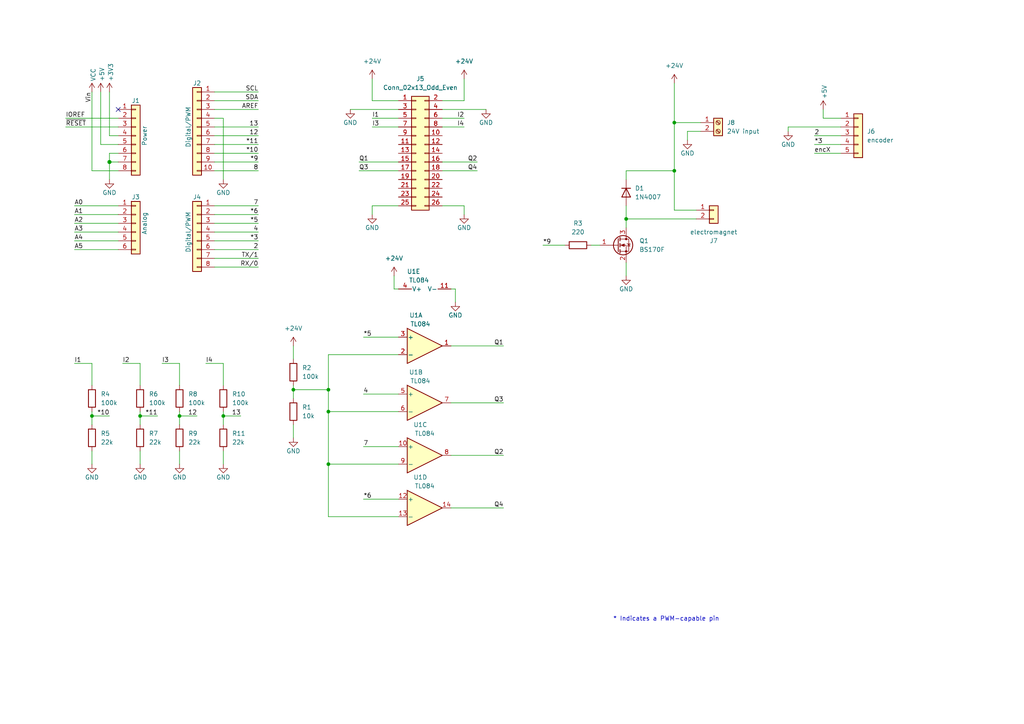
<source format=kicad_sch>
(kicad_sch (version 20211123) (generator eeschema)
  (paper "A4")
  (title_block (date "mar. 31 mars 2015"))
  (lib_symbols
    (symbol "Amplifier_Operational:TL084" (pin_names (offset 0.127))
      (property "Reference" "U" (at 0 5.08 0))
      (property "Value" "TL084" (at 0 -5.08 0))
      (symbol "TL084_1_1"
        (polyline (pts (xy -5.08 5.08) (xy 5.08 0) (xy -5.08 -5.08) (xy -5.08 5.08)) (stroke (width 0.254)) (fill (type background)))
        (pin output line (at 7.62 0 180) (length 2.54) (name "~") (number "1"))
        (pin input line (at -7.62 -2.54 0) (length 2.54) (name "-") (number "2"))
        (pin input line (at -7.62 2.54 0) (length 2.54) (name "+") (number "3"))
      )
      (symbol "TL084_2_1"
        (polyline (pts (xy -5.08 5.08) (xy 5.08 0) (xy -5.08 -5.08) (xy -5.08 5.08)) (stroke (width 0.254)) (fill (type background)))
        (pin input line (at -7.62 2.54 0) (length 2.54) (name "+") (number "5"))
        (pin input line (at -7.62 -2.54 0) (length 2.54) (name "-") (number "6"))
        (pin output line (at 7.62 0 180) (length 2.54) (name "~") (number "7"))
      )
      (symbol "TL084_3_1"
        (polyline (pts (xy -5.08 5.08) (xy 5.08 0) (xy -5.08 -5.08) (xy -5.08 5.08)) (stroke (width 0.254)) (fill (type background)))
        (pin input line (at -7.62 2.54 0) (length 2.54) (name "+") (number "10"))
        (pin output line (at 7.62 0 180) (length 2.54) (name "~") (number "8"))
        (pin input line (at -7.62 -2.54 0) (length 2.54) (name "-") (number "9"))
      )
      (symbol "TL084_4_1"
        (polyline (pts (xy -5.08 5.08) (xy 5.08 0) (xy -5.08 -5.08) (xy -5.08 5.08)) (stroke (width 0.254)) (fill (type background)))
        (pin input line (at -7.62 2.54 0) (length 2.54) (name "+") (number "12"))
        (pin input line (at -7.62 -2.54 0) (length 2.54) (name "-") (number "13"))
        (pin output line (at 7.62 0 180) (length 2.54) (name "~") (number "14"))
      )
      (symbol "TL084_5_1"
        (pin power_in line (at -2.54 -7.62 90) (length 3.81) (name "V-") (number "11"))
        (pin power_in line (at -2.54 7.62 270) (length 3.81) (name "V+") (number "4"))
      )
    )
    (symbol "Connector:Screw_Terminal_01x02" (pin_names (offset 1.016) hide)
      (property "Reference" "J" (at 0 2.54 0))
      (property "Value" "Screw_Terminal_01x02" (at 0 -5.08 0))
      (symbol "Screw_Terminal_01x02_1_1"
        (rectangle (start -1.27 1.27) (end 1.27 -3.81) (stroke (width 0.254)) (fill (type background)))
        (circle (center 0 -2.54) (radius 0.635) (stroke (width 0.1524)))
        (polyline (pts (xy -0.5334 -2.2098) (xy 0.3302 -3.048)) (stroke (width 0.1524)))
        (polyline (pts (xy -0.5334 0.3302) (xy 0.3302 -0.508)) (stroke (width 0.1524)))
        (polyline (pts (xy -0.3556 -2.032) (xy 0.508 -2.8702)) (stroke (width 0.1524)))
        (polyline (pts (xy -0.3556 0.508) (xy 0.508 -0.3302)) (stroke (width 0.1524)))
        (circle (center 0 0) (radius 0.635) (stroke (width 0.1524)))
        (pin passive line (at -5.08 0 0) (length 3.81) (name "Pin_1") (number "1"))
        (pin passive line (at -5.08 -2.54 0) (length 3.81) (name "Pin_2") (number "2"))
      )
    )
    (symbol "Connector_Generic:Conn_01x02" (pin_names (offset 1.016) hide)
      (property "Reference" "J" (at 0 2.54 0))
      (property "Value" "Conn_01x02" (at 0 -5.08 0))
      (symbol "Conn_01x02_1_1"
        (rectangle (start -1.27 -2.413) (end 0 -2.667) (stroke (width 0.1524)))
        (rectangle (start -1.27 0.127) (end 0 -0.127) (stroke (width 0.1524)))
        (rectangle (start -1.27 1.27) (end 1.27 -3.81) (stroke (width 0.254)) (fill (type background)))
        (pin passive line (at -5.08 0 0) (length 3.81) (name "Pin_1") (number "1"))
        (pin passive line (at -5.08 -2.54 0) (length 3.81) (name "Pin_2") (number "2"))
      )
    )
    (symbol "Connector_Generic:Conn_01x05" (pin_names (offset 1.016) hide)
      (property "Reference" "J" (at 0 7.62 0))
      (property "Value" "Conn_01x05" (at 0 -7.62 0))
      (symbol "Conn_01x05_1_1"
        (rectangle (start -1.27 -4.953) (end 0 -5.207) (stroke (width 0.1524)))
        (rectangle (start -1.27 -2.413) (end 0 -2.667) (stroke (width 0.1524)))
        (rectangle (start -1.27 0.127) (end 0 -0.127) (stroke (width 0.1524)))
        (rectangle (start -1.27 2.667) (end 0 2.413) (stroke (width 0.1524)))
        (rectangle (start -1.27 5.207) (end 0 4.953) (stroke (width 0.1524)))
        (rectangle (start -1.27 6.35) (end 1.27 -6.35) (stroke (width 0.254)) (fill (type background)))
        (pin passive line (at -5.08 5.08 0) (length 3.81) (name "Pin_1") (number "1"))
        (pin passive line (at -5.08 2.54 0) (length 3.81) (name "Pin_2") (number "2"))
        (pin passive line (at -5.08 0 0) (length 3.81) (name "Pin_3") (number "3"))
        (pin passive line (at -5.08 -2.54 0) (length 3.81) (name "Pin_4") (number "4"))
        (pin passive line (at -5.08 -5.08 0) (length 3.81) (name "Pin_5") (number "5"))
      )
    )
    (symbol "Connector_Generic:Conn_01x06" (pin_names (offset 1.016) hide)
      (property "Reference" "J" (at 0 7.62 0))
      (property "Value" "Conn_01x06" (at 0 -10.16 0))
      (symbol "Conn_01x06_1_1"
        (rectangle (start -1.27 -7.493) (end 0 -7.747) (stroke (width 0.1524)))
        (rectangle (start -1.27 -4.953) (end 0 -5.207) (stroke (width 0.1524)))
        (rectangle (start -1.27 -2.413) (end 0 -2.667) (stroke (width 0.1524)))
        (rectangle (start -1.27 0.127) (end 0 -0.127) (stroke (width 0.1524)))
        (rectangle (start -1.27 2.667) (end 0 2.413) (stroke (width 0.1524)))
        (rectangle (start -1.27 5.207) (end 0 4.953) (stroke (width 0.1524)))
        (rectangle (start -1.27 6.35) (end 1.27 -8.89) (stroke (width 0.254)) (fill (type background)))
        (pin passive line (at -5.08 5.08 0) (length 3.81) (name "Pin_1") (number "1"))
        (pin passive line (at -5.08 2.54 0) (length 3.81) (name "Pin_2") (number "2"))
        (pin passive line (at -5.08 0 0) (length 3.81) (name "Pin_3") (number "3"))
        (pin passive line (at -5.08 -2.54 0) (length 3.81) (name "Pin_4") (number "4"))
        (pin passive line (at -5.08 -5.08 0) (length 3.81) (name "Pin_5") (number "5"))
        (pin passive line (at -5.08 -7.62 0) (length 3.81) (name "Pin_6") (number "6"))
      )
    )
    (symbol "Connector_Generic:Conn_01x08" (pin_names (offset 1.016) hide)
      (property "Reference" "J" (at 0 10.16 0))
      (property "Value" "Conn_01x08" (at 0 -12.7 0))
      (symbol "Conn_01x08_1_1"
        (rectangle (start -1.27 -10.033) (end 0 -10.287) (stroke (width 0.1524)))
        (rectangle (start -1.27 -7.493) (end 0 -7.747) (stroke (width 0.1524)))
        (rectangle (start -1.27 -4.953) (end 0 -5.207) (stroke (width 0.1524)))
        (rectangle (start -1.27 -2.413) (end 0 -2.667) (stroke (width 0.1524)))
        (rectangle (start -1.27 0.127) (end 0 -0.127) (stroke (width 0.1524)))
        (rectangle (start -1.27 2.667) (end 0 2.413) (stroke (width 0.1524)))
        (rectangle (start -1.27 5.207) (end 0 4.953) (stroke (width 0.1524)))
        (rectangle (start -1.27 7.747) (end 0 7.493) (stroke (width 0.1524)))
        (rectangle (start -1.27 8.89) (end 1.27 -11.43) (stroke (width 0.254)) (fill (type background)))
        (pin passive line (at -5.08 7.62 0) (length 3.81) (name "Pin_1") (number "1"))
        (pin passive line (at -5.08 5.08 0) (length 3.81) (name "Pin_2") (number "2"))
        (pin passive line (at -5.08 2.54 0) (length 3.81) (name "Pin_3") (number "3"))
        (pin passive line (at -5.08 0 0) (length 3.81) (name "Pin_4") (number "4"))
        (pin passive line (at -5.08 -2.54 0) (length 3.81) (name "Pin_5") (number "5"))
        (pin passive line (at -5.08 -5.08 0) (length 3.81) (name "Pin_6") (number "6"))
        (pin passive line (at -5.08 -7.62 0) (length 3.81) (name "Pin_7") (number "7"))
        (pin passive line (at -5.08 -10.16 0) (length 3.81) (name "Pin_8") (number "8"))
      )
    )
    (symbol "Connector_Generic:Conn_01x10" (pin_names (offset 1.016) hide)
      (property "Reference" "J" (at 0 12.7 0))
      (property "Value" "Conn_01x10" (at 0 -15.24 0))
      (symbol "Conn_01x10_1_1"
        (rectangle (start -1.27 -12.573) (end 0 -12.827) (stroke (width 0.1524)))
        (rectangle (start -1.27 -10.033) (end 0 -10.287) (stroke (width 0.1524)))
        (rectangle (start -1.27 -7.493) (end 0 -7.747) (stroke (width 0.1524)))
        (rectangle (start -1.27 -4.953) (end 0 -5.207) (stroke (width 0.1524)))
        (rectangle (start -1.27 -2.413) (end 0 -2.667) (stroke (width 0.1524)))
        (rectangle (start -1.27 0.127) (end 0 -0.127) (stroke (width 0.1524)))
        (rectangle (start -1.27 2.667) (end 0 2.413) (stroke (width 0.1524)))
        (rectangle (start -1.27 5.207) (end 0 4.953) (stroke (width 0.1524)))
        (rectangle (start -1.27 7.747) (end 0 7.493) (stroke (width 0.1524)))
        (rectangle (start -1.27 10.287) (end 0 10.033) (stroke (width 0.1524)))
        (rectangle (start -1.27 11.43) (end 1.27 -13.97) (stroke (width 0.254)) (fill (type background)))
        (pin passive line (at -5.08 10.16 0) (length 3.81) (name "Pin_1") (number "1"))
        (pin passive line (at -5.08 -12.7 0) (length 3.81) (name "Pin_10") (number "10"))
        (pin passive line (at -5.08 7.62 0) (length 3.81) (name "Pin_2") (number "2"))
        (pin passive line (at -5.08 5.08 0) (length 3.81) (name "Pin_3") (number "3"))
        (pin passive line (at -5.08 2.54 0) (length 3.81) (name "Pin_4") (number "4"))
        (pin passive line (at -5.08 0 0) (length 3.81) (name "Pin_5") (number "5"))
        (pin passive line (at -5.08 -2.54 0) (length 3.81) (name "Pin_6") (number "6"))
        (pin passive line (at -5.08 -5.08 0) (length 3.81) (name "Pin_7") (number "7"))
        (pin passive line (at -5.08 -7.62 0) (length 3.81) (name "Pin_8") (number "8"))
        (pin passive line (at -5.08 -10.16 0) (length 3.81) (name "Pin_9") (number "9"))
      )
    )
    (symbol "Connector_Generic:Conn_02x13_Odd_Even" (pin_names (offset 1.016) hide)
      (property "Reference" "J" (at 1.27 17.78 0))
      (property "Value" "Conn_02x13_Odd_Even" (at 1.27 -17.78 0))
      (symbol "Conn_02x13_Odd_Even_1_1"
        (rectangle (start -1.27 -15.113) (end 0 -15.367) (stroke (width 0.1524)))
        (rectangle (start -1.27 -12.573) (end 0 -12.827) (stroke (width 0.1524)))
        (rectangle (start -1.27 -10.033) (end 0 -10.287) (stroke (width 0.1524)))
        (rectangle (start -1.27 -7.493) (end 0 -7.747) (stroke (width 0.1524)))
        (rectangle (start -1.27 -4.953) (end 0 -5.207) (stroke (width 0.1524)))
        (rectangle (start -1.27 -2.413) (end 0 -2.667) (stroke (width 0.1524)))
        (rectangle (start -1.27 0.127) (end 0 -0.127) (stroke (width 0.1524)))
        (rectangle (start -1.27 2.667) (end 0 2.413) (stroke (width 0.1524)))
        (rectangle (start -1.27 5.207) (end 0 4.953) (stroke (width 0.1524)))
        (rectangle (start -1.27 7.747) (end 0 7.493) (stroke (width 0.1524)))
        (rectangle (start -1.27 10.287) (end 0 10.033) (stroke (width 0.1524)))
        (rectangle (start -1.27 12.827) (end 0 12.573) (stroke (width 0.1524)))
        (rectangle (start -1.27 15.367) (end 0 15.113) (stroke (width 0.1524)))
        (rectangle (start -1.27 16.51) (end 3.81 -16.51) (stroke (width 0.254)) (fill (type background)))
        (rectangle (start 3.81 -15.113) (end 2.54 -15.367) (stroke (width 0.1524)))
        (rectangle (start 3.81 -12.573) (end 2.54 -12.827) (stroke (width 0.1524)))
        (rectangle (start 3.81 -10.033) (end 2.54 -10.287) (stroke (width 0.1524)))
        (rectangle (start 3.81 -7.493) (end 2.54 -7.747) (stroke (width 0.1524)))
        (rectangle (start 3.81 -4.953) (end 2.54 -5.207) (stroke (width 0.1524)))
        (rectangle (start 3.81 -2.413) (end 2.54 -2.667) (stroke (width 0.1524)))
        (rectangle (start 3.81 0.127) (end 2.54 -0.127) (stroke (width 0.1524)))
        (rectangle (start 3.81 2.667) (end 2.54 2.413) (stroke (width 0.1524)))
        (rectangle (start 3.81 5.207) (end 2.54 4.953) (stroke (width 0.1524)))
        (rectangle (start 3.81 7.747) (end 2.54 7.493) (stroke (width 0.1524)))
        (rectangle (start 3.81 10.287) (end 2.54 10.033) (stroke (width 0.1524)))
        (rectangle (start 3.81 12.827) (end 2.54 12.573) (stroke (width 0.1524)))
        (rectangle (start 3.81 15.367) (end 2.54 15.113) (stroke (width 0.1524)))
        (pin passive line (at -5.08 15.24 0) (length 3.81) (name "Pin_1") (number "1"))
        (pin passive line (at 7.62 5.08 180) (length 3.81) (name "Pin_10") (number "10"))
        (pin passive line (at -5.08 2.54 0) (length 3.81) (name "Pin_11") (number "11"))
        (pin passive line (at 7.62 2.54 180) (length 3.81) (name "Pin_12") (number "12"))
        (pin passive line (at -5.08 0 0) (length 3.81) (name "Pin_13") (number "13"))
        (pin passive line (at 7.62 0 180) (length 3.81) (name "Pin_14") (number "14"))
        (pin passive line (at -5.08 -2.54 0) (length 3.81) (name "Pin_15") (number "15"))
        (pin passive line (at 7.62 -2.54 180) (length 3.81) (name "Pin_16") (number "16"))
        (pin passive line (at -5.08 -5.08 0) (length 3.81) (name "Pin_17") (number "17"))
        (pin passive line (at 7.62 -5.08 180) (length 3.81) (name "Pin_18") (number "18"))
        (pin passive line (at -5.08 -7.62 0) (length 3.81) (name "Pin_19") (number "19"))
        (pin passive line (at 7.62 15.24 180) (length 3.81) (name "Pin_2") (number "2"))
        (pin passive line (at 7.62 -7.62 180) (length 3.81) (name "Pin_20") (number "20"))
        (pin passive line (at -5.08 -10.16 0) (length 3.81) (name "Pin_21") (number "21"))
        (pin passive line (at 7.62 -10.16 180) (length 3.81) (name "Pin_22") (number "22"))
        (pin passive line (at -5.08 -12.7 0) (length 3.81) (name "Pin_23") (number "23"))
        (pin passive line (at 7.62 -12.7 180) (length 3.81) (name "Pin_24") (number "24"))
        (pin passive line (at -5.08 -15.24 0) (length 3.81) (name "Pin_25") (number "25"))
        (pin passive line (at 7.62 -15.24 180) (length 3.81) (name "Pin_26") (number "26"))
        (pin passive line (at -5.08 12.7 0) (length 3.81) (name "Pin_3") (number "3"))
        (pin passive line (at 7.62 12.7 180) (length 3.81) (name "Pin_4") (number "4"))
        (pin passive line (at -5.08 10.16 0) (length 3.81) (name "Pin_5") (number "5"))
        (pin passive line (at 7.62 10.16 180) (length 3.81) (name "Pin_6") (number "6"))
        (pin passive line (at -5.08 7.62 0) (length 3.81) (name "Pin_7") (number "7"))
        (pin passive line (at 7.62 7.62 180) (length 3.81) (name "Pin_8") (number "8"))
        (pin passive line (at -5.08 5.08 0) (length 3.81) (name "Pin_9") (number "9"))
      )
    )
    (symbol "Device:R" (pin_numbers hide) (pin_names (offset 0))
      (property "Reference" "R" (at 2.032 0 90))
      (property "Value" "R" (at 0 0 90))
      (symbol "R_0_1"
        (rectangle (start -1.016 -2.54) (end 1.016 2.54) (stroke (width 0.254)))
      )
      (symbol "R_1_1"
        (pin passive line (at 0 3.81 270) (length 1.27) (name "~") (number "1"))
        (pin passive line (at 0 -3.81 90) (length 1.27) (name "~") (number "2"))
      )
    )
    (symbol "Diode:1N4007" (pin_numbers hide) (pin_names (offset 1.016) hide)
      (property "Reference" "D" (at 0 2.54 0))
      (property "Value" "1N4007" (at 0 -2.54 0))
      (symbol "1N4007_0_1"
        (polyline (pts (xy -1.27 1.27) (xy -1.27 -1.27)) (stroke (width 0.254)))
        (polyline (pts (xy 1.27 0) (xy -1.27 0)))
        (polyline (pts (xy 1.27 1.27) (xy 1.27 -1.27) (xy -1.27 0) (xy 1.27 1.27)) (stroke (width 0.254)))
      )
      (symbol "1N4007_1_1"
        (pin passive line (at -3.81 0 0) (length 2.54) (name "K") (number "1"))
        (pin passive line (at 3.81 0 180) (length 2.54) (name "A") (number "2"))
      )
    )
    (symbol "Transistor_FET:BS170F" (pin_names hide)
      (property "Reference" "Q" (at 5.08 1.905 0))
      (property "Value" "BS170F" (at 5.08 0 0))
      (symbol "BS170F_0_1"
        (polyline (pts (xy 0.254 0) (xy -2.54 0)))
        (polyline (pts (xy 0.254 1.905) (xy 0.254 -1.905)) (stroke (width 0.254)))
        (polyline (pts (xy 0.762 -1.27) (xy 0.762 -2.286)) (stroke (width 0.254)))
        (polyline (pts (xy 0.762 0.508) (xy 0.762 -0.508)) (stroke (width 0.254)))
        (polyline (pts (xy 0.762 2.286) (xy 0.762 1.27)) (stroke (width 0.254)))
        (polyline (pts (xy 2.54 2.54) (xy 2.54 1.778)))
        (polyline (pts (xy 2.54 -2.54) (xy 2.54 0) (xy 0.762 0)))
        (polyline (pts (xy 0.762 -1.778) (xy 3.302 -1.778) (xy 3.302 1.778) (xy 0.762 1.778)))
        (polyline (pts (xy 1.016 0) (xy 2.032 0.381) (xy 2.032 -0.381) (xy 1.016 0)) (fill (type outline)))
        (polyline (pts (xy 2.794 0.508) (xy 2.921 0.381) (xy 3.683 0.381) (xy 3.81 0.254)))
        (polyline (pts (xy 3.302 0.381) (xy 2.921 -0.254) (xy 3.683 -0.254) (xy 3.302 0.381)))
        (circle (center 1.651 0) (radius 2.794) (stroke (width 0.254)))
        (circle (center 2.54 -1.778) (radius 0.254) (fill (type outline)))
        (circle (center 2.54 1.778) (radius 0.254) (fill (type outline)))
      )
      (symbol "BS170F_1_1"
        (pin input line (at -5.08 0 0) (length 2.54) (name "G") (number "1"))
        (pin passive line (at 2.54 -5.08 90) (length 2.54) (name "S") (number "2"))
        (pin passive line (at 2.54 5.08 270) (length 2.54) (name "D") (number "3"))
      )
    )
    (symbol "power:+24V" (power) (pin_names (offset 0))
      (property "Value" "+24V" (at 0 3.556 0))
      (symbol "+24V_0_1"
        (polyline (pts (xy -0.762 1.27) (xy 0 2.54)))
        (polyline (pts (xy 0 0) (xy 0 2.54)))
        (polyline (pts (xy 0 2.54) (xy 0.762 1.27)))
      )
      (symbol "+24V_1_1"
        (pin power_in line (at 0 0 90) (length 0) hide (name "+24V") (number "1"))
      )
    )
    (symbol "power:+3V3" (power) (pin_names (offset 0))
      (property "Value" "+3V3" (at 0 3.556 0))
      (symbol "+3V3_0_1"
        (polyline (pts (xy -0.762 1.27) (xy 0 2.54)))
        (polyline (pts (xy 0 0) (xy 0 2.54)))
        (polyline (pts (xy 0 2.54) (xy 0.762 1.27)))
      )
      (symbol "+3V3_1_1"
        (pin power_in line (at 0 0 90) (length 0) hide (name "+3V3") (number "1"))
      )
    )
    (symbol "power:+5V" (power) (pin_names (offset 0))
      (property "Value" "+5V" (at 0 3.556 0))
      (symbol "+5V_0_1"
        (polyline (pts (xy -0.762 1.27) (xy 0 2.54)))
        (polyline (pts (xy 0 0) (xy 0 2.54)))
        (polyline (pts (xy 0 2.54) (xy 0.762 1.27)))
      )
      (symbol "+5V_1_1"
        (pin power_in line (at 0 0 90) (length 0) hide (name "+5V") (number "1"))
      )
    )
    (symbol "power:GND" (power) (pin_names (offset 0))
      (property "Value" "GND" (at 0 -3.81 0))
      (symbol "GND_0_1"
        (polyline (pts (xy 0 0) (xy 0 -1.27) (xy 1.27 -1.27) (xy 0 -2.54) (xy -1.27 -1.27) (xy 0 -1.27)))
      )
      (symbol "GND_1_1"
        (pin power_in line (at 0 0 270) (length 0) hide (name "GND") (number "1"))
      )
    )
    (symbol "power:VCC" (power) (pin_names (offset 0))
      (property "Value" "VCC" (at 0 3.81 0))
      (symbol "VCC_0_1"
        (polyline (pts (xy -0.762 1.27) (xy 0 2.54)))
        (polyline (pts (xy 0 0) (xy 0 2.54)))
        (polyline (pts (xy 0 2.54) (xy 0.762 1.27)))
      )
      (symbol "VCC_1_1"
        (pin power_in line (at 0 0 90) (length 0) hide (name "VCC") (number "1"))
      )
    )
  )
  (junction (at 95.25 134.62))
  (junction (at 31.75 46.99) (diameter 1.016))
  (junction (at 181.61 63.5))
  (junction (at 95.25 113.03))
  (junction (at 85.09 113.03))
  (junction (at 26.67 120.65))
  (junction (at 40.64 120.65))
  (junction (at 64.77 120.65))
  (junction (at 95.25 119.38))
  (junction (at 52.07 120.65))
  (junction (at 195.58 35.56))
  (junction (at 195.58 49.53))
  (no_connect (at 34.29 31.75))
  (wire (pts (xy 130.81 100.33) (xy 146.05 100.33)))
  (wire (pts (xy 62.23 77.47) (xy 74.93 77.47)))
  (wire (pts (xy 95.25 149.86) (xy 95.25 134.62)))
  (wire (pts (xy 62.23 44.45) (xy 74.93 44.45)))
  (wire (pts (xy 105.41 129.54) (xy 115.57 129.54)))
  (wire (pts (xy 62.23 26.67) (xy 74.93 26.67)))
  (wire (pts (xy 64.77 119.38) (xy 64.77 120.65)))
  (wire (pts (xy 31.75 44.45) (xy 31.75 46.99)))
  (wire (pts (xy 52.07 130.81) (xy 52.07 134.62)))
  (wire (pts (xy 21.59 72.39) (xy 34.29 72.39)))
  (wire (pts (xy 236.22 39.37) (xy 243.84 39.37)))
  (wire (pts (xy 105.41 144.78) (xy 115.57 144.78)))
  (wire (pts (xy 195.58 35.56) (xy 195.58 49.53)))
  (wire (pts (xy 26.67 111.76) (xy 26.67 105.41)))
  (wire (pts (xy 130.81 147.32) (xy 146.05 147.32)))
  (wire (pts (xy 95.25 102.87) (xy 95.25 113.03)))
  (wire (pts (xy 26.67 130.81) (xy 26.67 134.62)))
  (wire (pts (xy 59.69 105.41) (xy 64.77 105.41)))
  (wire (pts (xy 31.75 46.99) (xy 31.75 52.07)))
  (wire (pts (xy 107.95 22.86) (xy 107.95 29.21)))
  (wire (pts (xy 201.93 60.96) (xy 195.58 60.96)))
  (wire (pts (xy 31.75 39.37) (xy 34.29 39.37)))
  (wire (pts (xy 181.61 59.69) (xy 181.61 63.5)))
  (wire (pts (xy 181.61 76.2) (xy 181.61 80.01)))
  (wire (pts (xy 29.21 41.91) (xy 34.29 41.91)))
  (wire (pts (xy 128.27 46.99) (xy 138.43 46.99)))
  (wire (pts (xy 29.21 26.67) (xy 29.21 41.91)))
  (wire (pts (xy 199.39 38.1) (xy 203.2 38.1)))
  (wire (pts (xy 128.27 29.21) (xy 134.62 29.21)))
  (wire (pts (xy 104.14 49.53) (xy 115.57 49.53)))
  (wire (pts (xy 46.99 105.41) (xy 52.07 105.41)))
  (wire (pts (xy 62.23 36.83) (xy 74.93 36.83)))
  (wire (pts (xy 31.75 26.67) (xy 31.75 39.37)))
  (wire (pts (xy 62.23 59.69) (xy 74.93 59.69)))
  (wire (pts (xy 34.29 59.69) (xy 21.59 59.69)))
  (wire (pts (xy 62.23 39.37) (xy 74.93 39.37)))
  (wire (pts (xy 114.3 83.82) (xy 115.57 83.82)))
  (wire (pts (xy 40.64 130.81) (xy 40.64 134.62)))
  (wire (pts (xy 62.23 62.23) (xy 74.93 62.23)))
  (wire (pts (xy 128.27 59.69) (xy 134.62 59.69)))
  (wire (pts (xy 238.76 31.75) (xy 238.76 34.29)))
  (wire (pts (xy 115.57 119.38) (xy 95.25 119.38)))
  (wire (pts (xy 115.57 59.69) (xy 107.95 59.69)))
  (wire (pts (xy 130.81 83.82) (xy 132.08 83.82)))
  (wire (pts (xy 62.23 46.99) (xy 74.93 46.99)))
  (wire (pts (xy 62.23 67.31) (xy 74.93 67.31)))
  (wire (pts (xy 107.95 34.29) (xy 115.57 34.29)))
  (wire (pts (xy 128.27 49.53) (xy 138.43 49.53)))
  (wire (pts (xy 195.58 35.56) (xy 203.2 35.56)))
  (wire (pts (xy 26.67 119.38) (xy 26.67 120.65)))
  (wire (pts (xy 115.57 134.62) (xy 95.25 134.62)))
  (wire (pts (xy 19.05 34.29) (xy 34.29 34.29)))
  (wire (pts (xy 115.57 149.86) (xy 95.25 149.86)))
  (wire (pts (xy 128.27 36.83) (xy 134.62 36.83)))
  (wire (pts (xy 64.77 120.65) (xy 64.77 123.19)))
  (wire (pts (xy 114.3 80.01) (xy 114.3 83.82)))
  (wire (pts (xy 64.77 34.29) (xy 64.77 52.07)))
  (wire (pts (xy 236.22 44.45) (xy 243.84 44.45)))
  (wire (pts (xy 26.67 120.65) (xy 31.75 120.65)))
  (wire (pts (xy 199.39 40.64) (xy 199.39 38.1)))
  (wire (pts (xy 52.07 119.38) (xy 52.07 120.65)))
  (wire (pts (xy 62.23 31.75) (xy 74.93 31.75)))
  (wire (pts (xy 195.58 49.53) (xy 195.58 60.96)))
  (wire (pts (xy 34.29 64.77) (xy 21.59 64.77)))
  (wire (pts (xy 19.05 36.83) (xy 34.29 36.83)))
  (wire (pts (xy 181.61 63.5) (xy 201.93 63.5)))
  (wire (pts (xy 34.29 46.99) (xy 31.75 46.99)))
  (wire (pts (xy 85.09 123.19) (xy 85.09 127)))
  (wire (pts (xy 40.64 120.65) (xy 45.72 120.65)))
  (wire (pts (xy 101.6 31.75) (xy 115.57 31.75)))
  (wire (pts (xy 105.41 97.79) (xy 115.57 97.79)))
  (wire (pts (xy 40.64 111.76) (xy 40.64 105.41)))
  (wire (pts (xy 181.61 52.07) (xy 181.61 49.53)))
  (wire (pts (xy 34.29 49.53) (xy 26.67 49.53)))
  (wire (pts (xy 130.81 132.08) (xy 146.05 132.08)))
  (wire (pts (xy 107.95 29.21) (xy 115.57 29.21)))
  (wire (pts (xy 52.07 120.65) (xy 57.15 120.65)))
  (wire (pts (xy 181.61 63.5) (xy 181.61 66.04)))
  (wire (pts (xy 21.59 62.23) (xy 34.29 62.23)))
  (wire (pts (xy 157.48 71.12) (xy 163.83 71.12)))
  (wire (pts (xy 181.61 49.53) (xy 195.58 49.53)))
  (wire (pts (xy 128.27 31.75) (xy 140.97 31.75)))
  (wire (pts (xy 130.81 116.84) (xy 146.05 116.84)))
  (wire (pts (xy 35.56 105.41) (xy 40.64 105.41)))
  (wire (pts (xy 95.25 102.87) (xy 115.57 102.87)))
  (wire (pts (xy 95.25 134.62) (xy 95.25 119.38)))
  (wire (pts (xy 62.23 34.29) (xy 64.77 34.29)))
  (wire (pts (xy 195.58 24.13) (xy 195.58 35.56)))
  (wire (pts (xy 134.62 29.21) (xy 134.62 22.86)))
  (wire (pts (xy 40.64 119.38) (xy 40.64 120.65)))
  (wire (pts (xy 34.29 44.45) (xy 31.75 44.45)))
  (wire (pts (xy 52.07 111.76) (xy 52.07 105.41)))
  (wire (pts (xy 134.62 59.69) (xy 134.62 62.23)))
  (wire (pts (xy 62.23 41.91) (xy 74.93 41.91)))
  (wire (pts (xy 64.77 120.65) (xy 69.85 120.65)))
  (wire (pts (xy 85.09 100.33) (xy 85.09 104.14)))
  (wire (pts (xy 62.23 64.77) (xy 74.93 64.77)))
  (wire (pts (xy 95.25 113.03) (xy 95.25 119.38)))
  (wire (pts (xy 236.22 41.91) (xy 243.84 41.91)))
  (wire (pts (xy 26.67 120.65) (xy 26.67 123.19)))
  (wire (pts (xy 107.95 59.69) (xy 107.95 62.23)))
  (wire (pts (xy 21.59 67.31) (xy 34.29 67.31)))
  (wire (pts (xy 104.14 46.99) (xy 115.57 46.99)))
  (wire (pts (xy 52.07 120.65) (xy 52.07 123.19)))
  (wire (pts (xy 85.09 113.03) (xy 95.25 113.03)))
  (wire (pts (xy 64.77 111.76) (xy 64.77 105.41)))
  (wire (pts (xy 171.45 71.12) (xy 173.99 71.12)))
  (wire (pts (xy 85.09 111.76) (xy 85.09 113.03)))
  (wire (pts (xy 243.84 36.83) (xy 228.6 36.83)))
  (wire (pts (xy 128.27 34.29) (xy 134.62 34.29)))
  (wire (pts (xy 62.23 29.21) (xy 74.93 29.21)))
  (wire (pts (xy 62.23 72.39) (xy 74.93 72.39)))
  (wire (pts (xy 62.23 69.85) (xy 74.93 69.85)))
  (wire (pts (xy 40.64 120.65) (xy 40.64 123.19)))
  (wire (pts (xy 85.09 113.03) (xy 85.09 115.57)))
  (wire (pts (xy 62.23 74.93) (xy 74.93 74.93)))
  (wire (pts (xy 26.67 49.53) (xy 26.67 26.67)))
  (wire (pts (xy 228.6 36.83) (xy 228.6 38.1)))
  (wire (pts (xy 132.08 83.82) (xy 132.08 87.63)))
  (wire (pts (xy 105.41 114.3) (xy 115.57 114.3)))
  (wire (pts (xy 238.76 34.29) (xy 243.84 34.29)))
  (wire (pts (xy 34.29 69.85) (xy 21.59 69.85)))
  (wire (pts (xy 21.59 105.41) (xy 26.67 105.41)))
  (wire (pts (xy 64.77 130.81) (xy 64.77 134.62)))
  (wire (pts (xy 62.23 49.53) (xy 74.93 49.53)))
  (wire (pts (xy 107.95 36.83) (xy 115.57 36.83)))
  (text "* Indicates a PWM-capable pin" (at 177.8 180.34 0) (effects (font (size 1.27 1.27)) (justify left bottom)))
  (label "RX{slash}0" (at 74.93 77.47 180))
  (label "A2" (at 21.59 64.77 0))
  (label "I3" (at 107.95 36.83 0))
  (label "4" (at 74.93 67.31 180))
  (label "7" (at 105.41 129.54 0))
  (label "2" (at 74.93 72.39 180))
  (label "A3" (at 21.59 67.31 0))
  (label "*5" (at 105.41 97.79 0))
  (label "Q4" (at 146.05 147.32 180))
  (label "*11" (at 45.72 120.65 180))
  (label "13" (at 74.93 36.83 180))
  (label "*6" (at 105.41 144.78 0))
  (label "I1" (at 21.59 105.41 0))
  (label "Q1" (at 146.05 100.33 180))
  (label "12" (at 74.93 39.37 180))
  (label "~{RESET}" (at 19.05 36.83 0))
  (label "I1" (at 107.95 34.29 0))
  (label "I3" (at 46.99 105.41 0))
  (label "*3" (at 236.22 41.91 0))
  (label "*10" (at 74.93 44.45 180))
  (label "encX" (at 236.22 44.45 0))
  (label "I4" (at 59.69 105.41 0))
  (label "13" (at 69.85 120.65 180))
  (label "4" (at 105.41 114.3 0))
  (label "*9" (at 157.48 71.12 0))
  (label "12" (at 57.15 120.65 180))
  (label "7" (at 74.93 59.69 180))
  (label "SDA" (at 74.93 29.21 180))
  (label "8" (at 74.93 49.53 180))
  (label "Q3" (at 104.14 49.53 0))
  (label "*11" (at 74.93 41.91 180))
  (label "*3" (at 74.93 69.85 180))
  (label "Q4" (at 138.43 49.53 180))
  (label "*10" (at 31.75 120.65 180))
  (label "Q2" (at 146.05 132.08 180))
  (label "I4" (at 134.62 36.83 180))
  (label "A1" (at 21.59 62.23 0))
  (label "TX{slash}1" (at 74.93 74.93 180))
  (label "A0" (at 21.59 59.69 0))
  (label "AREF" (at 74.93 31.75 180))
  (label "Q3" (at 146.05 116.84 180))
  (label "Vin" (at 26.67 26.67 270))
  (label "*6" (at 74.93 62.23 180))
  (label "SCL" (at 74.93 26.67 180))
  (label "*9" (at 74.93 46.99 180))
  (label "2" (at 236.22 39.37 0))
  (label "Q2" (at 138.43 46.99 180))
  (label "*5" (at 74.93 64.77 180))
  (label "I2" (at 35.56 105.41 0))
  (label "IOREF" (at 19.05 34.29 0))
  (label "A4" (at 21.59 69.85 0))
  (label "A5" (at 21.59 72.39 0))
  (label "I2" (at 134.62 34.29 180))
  (label "Q1" (at 104.14 46.99 0))
  (symbol (lib_id "Connector_Generic:Conn_01x08") (at 39.37 39.37 0) (unit 1)
    (property "Reference" "J1" (at 39.37 29.21 0))
    (property "Value" "Power" (at 41.91 39.37 90))
    (property "Footprint" "Connector_PinSocket_2.54mm:PinSocket_1x08_P2.54mm_Vertical" (effects hide))
  )
  (symbol (lib_id "power:+3V3") (at 31.75 26.67 0) (unit 1)
    (property "Reference" "#PWR03" (effects hide))
    (property "Value" "+3.3V" (at 32.131 23.622 90) (effects (justify left)))
  )
  (symbol (lib_id "power:+5V") (at 29.21 26.67 0) (unit 1)
    (property "Reference" "#PWR02" (effects hide))
    (property "Value" "+5V" (at 29.5656 23.622 90) (effects (justify left)))
  )
  (symbol (lib_id "power:GND") (at 31.75 52.07 0) (unit 1)
    (property "Reference" "#PWR04" (effects hide))
    (property "Value" "GND" (at 31.75 55.88 0))
  )
  (symbol (lib_id "Connector_Generic:Conn_01x10") (at 57.15 36.83 0) (mirror y) (unit 1)
    (property "Reference" "J2" (at 57.15 24.13 0))
    (property "Value" "Digital/PWM" (at 54.61 36.83 90))
    (property "Footprint" "Connector_PinSocket_2.54mm:PinSocket_1x10_P2.54mm_Vertical" (effects hide))
  )
  (symbol (lib_id "power:GND") (at 64.77 52.07 0) (unit 1)
    (property "Reference" "#PWR05" (effects hide))
    (property "Value" "GND" (at 64.77 55.88 0))
  )
  (symbol (lib_id "Connector_Generic:Conn_01x06") (at 39.37 64.77 0) (unit 1)
    (property "Reference" "J3" (at 39.37 57.15 0))
    (property "Value" "Analog" (at 41.91 64.77 90))
    (property "Footprint" "Connector_PinSocket_2.54mm:PinSocket_1x06_P2.54mm_Vertical" (effects hide))
  )
  (symbol (lib_id "Connector_Generic:Conn_01x08") (at 57.15 67.31 0) (mirror y) (unit 1)
    (property "Reference" "J4" (at 57.15 57.15 0))
    (property "Value" "Digital/PWM" (at 54.61 67.31 90))
    (property "Footprint" "Connector_PinSocket_2.54mm:PinSocket_1x08_P2.54mm_Vertical" (effects hide))
  )
  (symbol (lib_id "Connector:Screw_Terminal_01x02") (at 208.28 35.56 0) (unit 1)
    (property "Reference" "J8" (at 210.82 35.5599 0) (effects (justify left)))
    (property "Value" "24V input" (at 210.82 38.0999 0) (effects (justify left)))
    (property "Footprint" "Connector_Phoenix_MSTB:PhoenixContact_MSTBA_2,5_2-G-5,08_1x02_P5.08mm_Horizontal" (effects hide))
  )
  (symbol (lib_id "power:GND") (at 199.39 40.64 0) (unit 1)
    (property "Reference" "#PWR0104" (effects hide))
    (property "Value" "GND" (at 199.39 44.45 0))
  )
  (symbol (lib_id "power:GND") (at 228.6 38.1 0) (unit 1)
    (property "Reference" "#PWR0103" (effects hide))
    (property "Value" "GND" (at 228.6 41.91 0))
  )
  (symbol (lib_id "Diode:1N4007") (at 181.61 55.88 270) (unit 1)
    (property "Reference" "D1" (at 184.15 54.6099 90) (effects (justify left)))
    (property "Value" "1N4007" (at 184.15 57.1499 90) (effects (justify left)))
    (property "Footprint" "Diode_THT:D_DO-41_SOD81_P10.16mm_Horizontal" (effects hide))
    (property "Datasheet" "http://www.vishay.com/docs/88503/1n4001.pdf" (effects hide))
  )
  (symbol (lib_id "Amplifier_Operational:TL084") (at 123.19 100.33 0) (unit 1)
    (property "Reference" "U1" (at 120.65 91.44 0))
    (property "Value" "TL084" (at 121.92 93.98 0))
    (property "Footprint" "Package_SO:SOIC-14_3.9x8.7mm_P1.27mm" (effects hide))
    (property "Datasheet" "http://www.ti.com/lit/ds/symlink/tl081.pdf" (effects hide))
  )
  (symbol (lib_id "power:+24V") (at 195.58 24.13 0) (unit 1)
    (property "Reference" "#PWR0105" (effects hide))
    (property "Value" "+24V" (at 195.58 19.05 0))
  )
  (symbol (lib_id "power:+24V") (at 114.3 80.01 0) (unit 1)
    (property "Reference" "#PWR0115" (effects hide))
    (property "Value" "+24V" (at 114.3 74.93 0))
  )
  (symbol (lib_id "power:+5V") (at 238.76 31.75 0) (unit 1)
    (property "Reference" "#PWR0106" (effects hide))
    (property "Value" "+5V" (at 239.1156 28.702 90) (effects (justify left)))
  )
  (symbol (lib_id "power:GND") (at 101.6 31.75 0) (unit 1)
    (property "Reference" "#PWR0109" (effects hide))
    (property "Value" "GND" (at 101.6 35.56 0))
  )
  (symbol (lib_id "power:GND") (at 132.08 87.63 0) (unit 1)
    (property "Reference" "#PWR0116" (effects hide))
    (property "Value" "GND" (at 132.08 91.44 0))
  )
  (symbol (lib_id "power:GND") (at 52.07 134.62 0) (unit 1)
    (property "Reference" "#PWR0102" (effects hide))
    (property "Value" "GND" (at 52.07 138.43 0))
  )
  (symbol (lib_id "Amplifier_Operational:TL084") (at 123.19 81.28 90) (unit 5)
    (property "Reference" "U1" (at 121.92 78.74 90) (effects (justify left)))
    (property "Value" "TL084" (at 124.46 81.28 90) (effects (justify left)))
    (property "Footprint" "Package_SO:SOIC-14_3.9x8.7mm_P1.27mm" (effects hide))
    (property "Datasheet" "http://www.ti.com/lit/ds/symlink/tl081.pdf" (effects hide))
  )
  (symbol (lib_id "power:VCC") (at 26.67 26.67 0) (unit 1)
    (property "Reference" "#PWR01" (effects hide))
    (property "Value" "VCC" (at 27.051 23.622 90) (effects (justify left)))
  )
  (symbol (lib_id "power:GND") (at 134.62 62.23 0) (unit 1)
    (property "Reference" "#PWR0118" (effects hide))
    (property "Value" "GND" (at 134.62 66.04 0))
  )
  (symbol (lib_id "Amplifier_Operational:TL084") (at 123.19 147.32 0) (unit 4)
    (property "Reference" "U1" (at 121.92 138.43 0))
    (property "Value" "TL084" (at 123.19 140.97 0))
    (property "Footprint" "Package_SO:SOIC-14_3.9x8.7mm_P1.27mm" (effects hide))
    (property "Datasheet" "http://www.ti.com/lit/ds/symlink/tl081.pdf" (effects hide))
  )
  (symbol (lib_id "Connector_Generic:Conn_02x13_Odd_Even") (at 120.65 44.45 0) (unit 1)
    (property "Reference" "J5" (at 121.92 22.86 0))
    (property "Value" "Conn_02x13_Odd_Even" (at 121.92 25.4 0))
    (property "Footprint" "Connector_IDC:IDC-Header_2x13_P2.54mm_Vertical" (effects hide))
  )
  (symbol (lib_id "power:+24V") (at 134.62 22.86 0) (unit 1)
    (property "Reference" "#PWR0112" (effects hide))
    (property "Value" "+24V" (at 134.62 17.78 0))
  )
  (symbol (lib_id "Device:R") (at 85.09 107.95 0) (unit 1)
    (property "Reference" "R2" (at 87.63 106.6799 0) (effects (justify left)))
    (property "Value" "100k" (at 87.63 109.2199 0) (effects (justify left)))
    (property "Footprint" "Resistor_THT:R_Axial_DIN0207_L6.3mm_D2.5mm_P10.16mm_Horizontal" (effects hide))
  )
  (symbol (lib_id "power:GND") (at 40.64 134.62 0) (unit 1)
    (property "Reference" "#PWR0113" (effects hide))
    (property "Value" "GND" (at 40.64 138.43 0))
  )
  (symbol (lib_id "power:GND") (at 181.61 80.01 0) (unit 1)
    (property "Reference" "#PWR0119" (effects hide))
    (property "Value" "GND" (at 181.61 83.82 0))
  )
  (symbol (lib_id "Device:R") (at 40.64 127 0) (unit 1)
    (property "Reference" "R7" (at 43.18 125.7299 0) (effects (justify left)))
    (property "Value" "22k" (at 43.18 128.2699 0) (effects (justify left)))
    (property "Footprint" "Resistor_THT:R_Axial_DIN0207_L6.3mm_D2.5mm_P10.16mm_Horizontal" (effects hide))
  )
  (symbol (lib_id "power:+24V") (at 107.95 22.86 0) (unit 1)
    (property "Reference" "#PWR0110" (effects hide))
    (property "Value" "+24V" (at 107.95 17.78 0))
  )
  (symbol (lib_id "power:GND") (at 64.77 134.62 0) (unit 1)
    (property "Reference" "#PWR0101" (effects hide))
    (property "Value" "GND" (at 64.77 138.43 0))
  )
  (symbol (lib_id "Connector_Generic:Conn_01x05") (at 248.92 39.37 0) (unit 1)
    (property "Reference" "J6" (at 251.46 38.0999 0) (effects (justify left)))
    (property "Value" "encoder" (at 251.46 40.6399 0) (effects (justify left)))
    (property "Footprint" "Connector_PinHeader_2.54mm:PinHeader_1x05_P2.54mm_Vertical" (effects hide))
  )
  (symbol (lib_id "power:GND") (at 85.09 127 0) (unit 1)
    (property "Reference" "#PWR0107" (effects hide))
    (property "Value" "GND" (at 85.09 130.81 0))
  )
  (symbol (lib_id "Device:R") (at 52.07 127 0) (unit 1)
    (property "Reference" "R9" (at 54.61 125.7299 0) (effects (justify left)))
    (property "Value" "22k" (at 54.61 128.2699 0) (effects (justify left)))
    (property "Footprint" "Resistor_THT:R_Axial_DIN0207_L6.3mm_D2.5mm_P10.16mm_Horizontal" (effects hide))
  )
  (symbol (lib_id "Device:R") (at 64.77 127 0) (unit 1)
    (property "Reference" "R11" (at 67.31 125.7299 0) (effects (justify left)))
    (property "Value" "22k" (at 67.31 128.2699 0) (effects (justify left)))
    (property "Footprint" "Resistor_THT:R_Axial_DIN0207_L6.3mm_D2.5mm_P10.16mm_Horizontal" (effects hide))
  )
  (symbol (lib_id "Transistor_FET:BS170F") (at 179.07 71.12 0) (unit 1)
    (property "Reference" "Q1" (at 185.42 69.8499 0) (effects (justify left)))
    (property "Value" "BS170F" (at 185.42 72.3899 0) (effects (justify left)))
    (property "Footprint" "Package_TO_SOT_SMD:SOT-23" (effects hide))
    (property "Datasheet" "http://www.diodes.com/assets/Datasheets/BS170F.pdf" (effects hide))
  )
  (symbol (lib_id "power:GND") (at 26.67 134.62 0) (unit 1)
    (property "Reference" "#PWR0114" (effects hide))
    (property "Value" "GND" (at 26.67 138.43 0))
  )
  (symbol (lib_id "power:GND") (at 140.97 31.75 0) (unit 1)
    (property "Reference" "#PWR0111" (effects hide))
    (property "Value" "GND" (at 140.97 35.56 0))
  )
  (symbol (lib_id "Device:R") (at 64.77 115.57 0) (unit 1)
    (property "Reference" "R10" (at 67.31 114.2999 0) (effects (justify left)))
    (property "Value" "100k" (at 67.31 116.8399 0) (effects (justify left)))
    (property "Footprint" "Resistor_THT:R_Axial_DIN0207_L6.3mm_D2.5mm_P10.16mm_Horizontal" (effects hide))
  )
  (symbol (lib_id "Device:R") (at 52.07 115.57 0) (unit 1)
    (property "Reference" "R8" (at 54.61 114.2999 0) (effects (justify left)))
    (property "Value" "100k" (at 54.61 116.8399 0) (effects (justify left)))
    (property "Footprint" "Resistor_THT:R_Axial_DIN0207_L6.3mm_D2.5mm_P10.16mm_Horizontal" (effects hide))
  )
  (symbol (lib_id "power:+24V") (at 85.09 100.33 0) (unit 1)
    (property "Reference" "#PWR0108" (effects hide))
    (property "Value" "+24V" (at 85.09 95.25 0))
  )
  (symbol (lib_id "Amplifier_Operational:TL084") (at 123.19 132.08 0) (unit 3)
    (property "Reference" "U1" (at 121.92 123.19 0))
    (property "Value" "TL084" (at 123.19 125.73 0))
    (property "Footprint" "Package_SO:SOIC-14_3.9x8.7mm_P1.27mm" (effects hide))
    (property "Datasheet" "http://www.ti.com/lit/ds/symlink/tl081.pdf" (effects hide))
  )
  (symbol (lib_id "Connector_Generic:Conn_01x02") (at 207.01 60.96 0) (unit 1)
    (property "Reference" "J7" (at 207.01 69.85 0))
    (property "Value" "electromagnet" (at 207.01 67.31 0))
    (property "Footprint" "Connector_PinHeader_2.54mm:PinHeader_1x02_P2.54mm_Vertical" (effects hide))
  )
  (symbol (lib_id "Device:R") (at 40.64 115.57 0) (unit 1)
    (property "Reference" "R6" (at 43.18 114.2999 0) (effects (justify left)))
    (property "Value" "100k" (at 43.18 116.8399 0) (effects (justify left)))
    (property "Footprint" "Resistor_THT:R_Axial_DIN0207_L6.3mm_D2.5mm_P10.16mm_Horizontal" (effects hide))
  )
  (symbol (lib_id "Device:R") (at 85.09 119.38 0) (unit 1)
    (property "Reference" "R1" (at 87.63 118.1099 0) (effects (justify left)))
    (property "Value" "10k" (at 87.63 120.6499 0) (effects (justify left)))
    (property "Footprint" "Resistor_THT:R_Axial_DIN0207_L6.3mm_D2.5mm_P10.16mm_Horizontal" (effects hide))
  )
  (symbol (lib_id "Device:R") (at 167.64 71.12 90) (unit 1)
    (property "Reference" "R3" (at 167.64 64.77 90))
    (property "Value" "220" (at 167.64 67.31 90))
    (property "Footprint" "Resistor_THT:R_Axial_DIN0207_L6.3mm_D2.5mm_P10.16mm_Horizontal" (effects hide))
  )
  (symbol (lib_id "power:GND") (at 107.95 62.23 0) (unit 1)
    (property "Reference" "#PWR0117" (effects hide))
    (property "Value" "GND" (at 107.95 66.04 0))
  )
  (symbol (lib_id "Device:R") (at 26.67 127 0) (unit 1)
    (property "Reference" "R5" (at 29.21 125.7299 0) (effects (justify left)))
    (property "Value" "22k" (at 29.21 128.2699 0) (effects (justify left)))
    (property "Footprint" "Resistor_THT:R_Axial_DIN0207_L6.3mm_D2.5mm_P10.16mm_Horizontal" (effects hide))
  )
  (symbol (lib_id "Device:R") (at 26.67 115.57 0) (unit 1)
    (property "Reference" "R4" (at 29.21 114.2999 0) (effects (justify left)))
    (property "Value" "100k" (at 29.21 116.8399 0) (effects (justify left)))
    (property "Footprint" "Resistor_THT:R_Axial_DIN0207_L6.3mm_D2.5mm_P10.16mm_Horizontal" (effects hide))
  )
  (symbol (lib_id "Amplifier_Operational:TL084") (at 123.19 116.84 0) (unit 2)
    (property "Reference" "U1" (at 120.65 107.95 0))
    (property "Value" "TL084" (at 121.92 110.49 0))
    (property "Footprint" "Package_SO:SOIC-14_3.9x8.7mm_P1.27mm" (effects hide))
    (property "Datasheet" "http://www.ti.com/lit/ds/symlink/tl081.pdf" (effects hide))
  )
)
</source>
